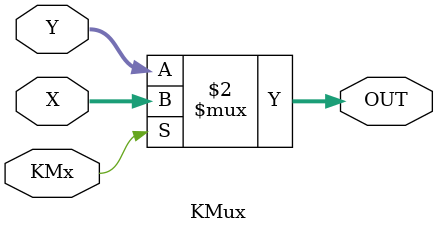
<source format=v>
module KMux (X,Y,KMx, OUT);

	input [15:0] X, Y;
	input KMx;
	output reg [15:0] OUT;


	always @ (X or Y or KMx)
	begin
	OUT = KMx ? X : Y; //Si Kmx = 0 -> OUT = X
	end

endmodule


</source>
